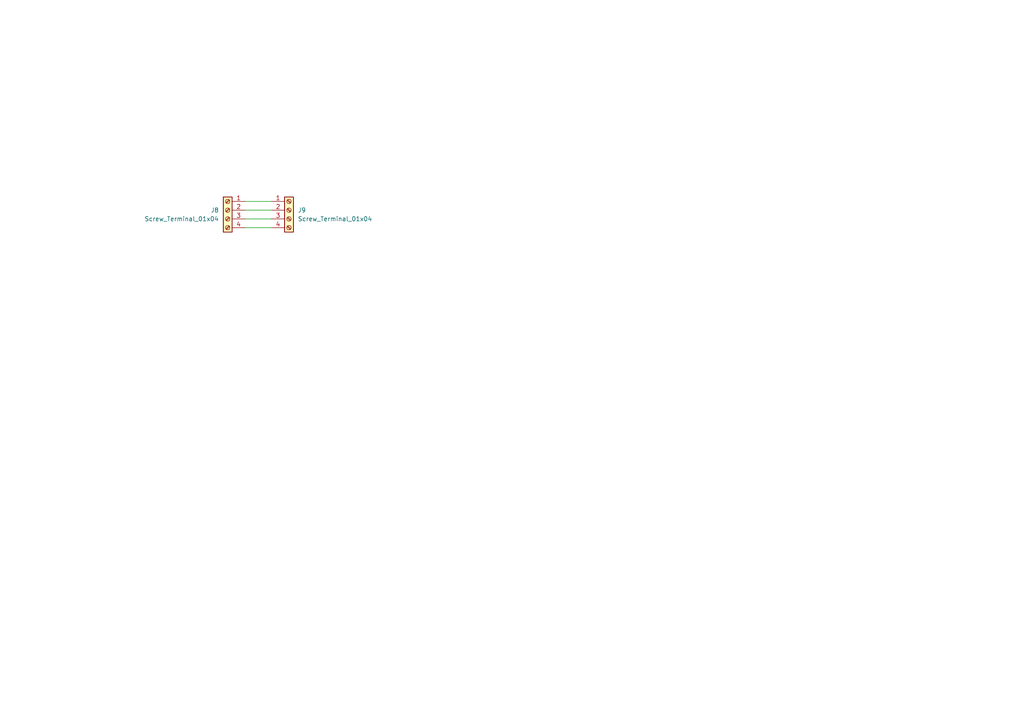
<source format=kicad_sch>
(kicad_sch (version 20230121) (generator eeschema)
  (paper "A4")
  (lib_symbols
    (symbol "Connector:Screw_Terminal_01x04" (pin_names (offset 1.016) hide)
      (property "Reference" "J" (at 0 5.08 0))
      (property "Value" "Screw_Terminal_01x04" (at 0 -7.62 0))
      (symbol "Screw_Terminal_01x04_1_1"
        (rectangle (start -1.27 3.81) (end 1.27 -6.35) (stroke (width 0.254)) (fill (type background)))
        (circle (center 0 -5.08) (radius 0.635) (stroke (width 0.1524)))
        (circle (center 0 -2.54) (radius 0.635) (stroke (width 0.1524)))
        (polyline (pts (xy -0.5334 -4.7498) (xy 0.3302 -5.588)) (stroke (width 0.1524)))
        (polyline (pts (xy -0.5334 -2.2098) (xy 0.3302 -3.048)) (stroke (width 0.1524)))
        (polyline (pts (xy -0.5334 0.3302) (xy 0.3302 -0.508)) (stroke (width 0.1524)))
        (polyline (pts (xy -0.5334 2.8702) (xy 0.3302 2.032)) (stroke (width 0.1524)))
        (polyline (pts (xy -0.3556 -4.572) (xy 0.508 -5.4102)) (stroke (width 0.1524)))
        (polyline (pts (xy -0.3556 -2.032) (xy 0.508 -2.8702)) (stroke (width 0.1524)))
        (polyline (pts (xy -0.3556 0.508) (xy 0.508 -0.3302)) (stroke (width 0.1524)))
        (polyline (pts (xy -0.3556 3.048) (xy 0.508 2.2098)) (stroke (width 0.1524)))
        (circle (center 0 0) (radius 0.635) (stroke (width 0.1524)))
        (circle (center 0 2.54) (radius 0.635) (stroke (width 0.1524)))
        (pin passive line (at -5.08 2.54 0) (length 3.81) (name "Pin_1") (number "1"))
        (pin passive line (at -5.08 0 0) (length 3.81) (name "Pin_2") (number "2"))
        (pin passive line (at -5.08 -2.54 0) (length 3.81) (name "Pin_3") (number "3"))
        (pin passive line (at -5.08 -5.08 0) (length 3.81) (name "Pin_4") (number "4"))
      )
    )
  )
  (wire (pts (xy 71.12 63.5) (xy 78.74 63.5)))
  (wire (pts (xy 71.12 58.42) (xy 78.74 58.42)))
  (wire (pts (xy 71.12 60.96) (xy 78.74 60.96)))
  (wire (pts (xy 71.12 66.04) (xy 78.74 66.04)))
  (symbol (lib_id "Connector:Screw_Terminal_01x04") (at 83.82 60.96 0) (unit 1)
    (property "Reference" "J9" (at 86.36 60.96 0) (effects (justify left)))
    (property "Value" "Screw_Terminal_01x04" (at 86.36 63.5 0) (effects (justify left)))
    (property "Footprint" "TerminalBlock_4Ucon:TerminalBlock_4Ucon_1x04_P3.50mm_Horizontal" (effects hide))
  )
  (symbol (lib_id "Connector:Screw_Terminal_01x04") (at 66.04 60.96 0) (mirror y) (unit 1)
    (property "Reference" "J8" (at 63.5 60.96 0) (effects (justify left)))
    (property "Value" "Screw_Terminal_01x04" (at 63.5 63.5 0) (effects (justify left)))
    (property "Footprint" "TerminalBlock_4Ucon:TerminalBlock_4Ucon_1x04_P3.50mm_Horizontal" (effects hide))
  )
)
</source>
